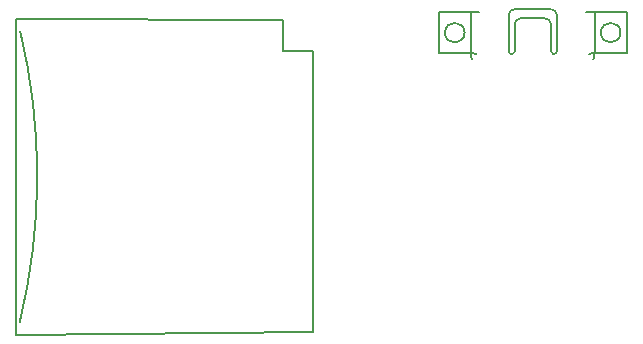
<source format=gbr>
%TF.GenerationSoftware,KiCad,Pcbnew,5.1.6-c6e7f7d~87~ubuntu20.04.1*%
%TF.CreationDate,2020-07-24T19:51:26+01:00*%
%TF.ProjectId,ETAG_GEN3,45544147-5f47-4454-9e33-2e6b69636164,rev?*%
%TF.SameCoordinates,Original*%
%TF.FileFunction,Other,Fab,Bot*%
%FSLAX46Y46*%
G04 Gerber Fmt 4.6, Leading zero omitted, Abs format (unit mm)*
G04 Created by KiCad (PCBNEW 5.1.6-c6e7f7d~87~ubuntu20.04.1) date 2020-07-24 19:51:26*
%MOMM*%
%LPD*%
G01*
G04 APERTURE LIST*
%ADD10C,0.127000*%
%ADD11C,0.200000*%
G04 APERTURE END LIST*
D10*
%TO.C,SD1*%
X115273100Y-88273601D02*
G75*
G02*
X115219100Y-112927600I-51184049J-12214950D01*
G01*
X114919100Y-87227600D02*
X114919100Y-113981600D01*
X137519100Y-87327600D02*
X114919100Y-87227600D01*
X137519100Y-89927600D02*
X137519100Y-87327600D01*
X140019100Y-89927600D02*
X137519100Y-89927600D01*
X140019100Y-113727600D02*
X140019100Y-89927600D01*
X114919100Y-113981600D02*
X140019100Y-113727600D01*
D11*
%TO.C,BAT1*%
X160698800Y-86888600D02*
G75*
G03*
X160210900Y-86400700I-487900J0D01*
G01*
X157111300Y-86400700D02*
X160210900Y-86400700D01*
X159723000Y-87175600D02*
X157599200Y-87175600D01*
X159723000Y-87175600D02*
G75*
G02*
X160182200Y-87634800I0J-459200D01*
G01*
X160182200Y-89959500D02*
X160182200Y-87634800D01*
X160182200Y-89988200D02*
G75*
G03*
X160383100Y-90189100I200900J0D01*
G01*
X160469200Y-90189100D02*
X160383100Y-90189100D01*
X160469200Y-90189100D02*
G75*
G03*
X160698800Y-89959500I0J229600D01*
G01*
X160698800Y-86888600D02*
X160698800Y-89959500D01*
X166094893Y-88381000D02*
G75*
G03*
X166094893Y-88381000I-832793J0D01*
G01*
X163913200Y-86716400D02*
X163913200Y-90016900D01*
X166611000Y-86630300D02*
X163195700Y-86630300D01*
X166611000Y-90074300D02*
X166611000Y-86630300D01*
X163798400Y-90648300D02*
G75*
G03*
X163855800Y-90476100I-229600J172200D01*
G01*
X163855800Y-90131700D02*
X163855800Y-90476100D01*
X163425300Y-90217800D02*
G75*
G02*
X163769700Y-90074300I344400J-341531D01*
G01*
X166611000Y-90074300D02*
X163769700Y-90074300D01*
X156623400Y-86888600D02*
G75*
G02*
X157111300Y-86400700I487900J0D01*
G01*
X157599200Y-87175600D02*
G75*
G03*
X157140000Y-87634800I0J-459200D01*
G01*
X157140000Y-89959500D02*
X157140000Y-87634800D01*
X157140000Y-89988200D02*
G75*
G02*
X156939100Y-90189100I-200900J0D01*
G01*
X156853000Y-90189100D02*
X156939100Y-90189100D01*
X156853000Y-90189100D02*
G75*
G02*
X156623400Y-89959500I0J229600D01*
G01*
X156623400Y-86888600D02*
X156623400Y-89959500D01*
X152892893Y-88381000D02*
G75*
G03*
X152892893Y-88381000I-832793J0D01*
G01*
X153409000Y-86716400D02*
X153409000Y-90016900D01*
X150711200Y-86630300D02*
X154126500Y-86630300D01*
X150711200Y-90074300D02*
X150711200Y-86630300D01*
X153523800Y-90648300D02*
G75*
G02*
X153466400Y-90476100I229600J172200D01*
G01*
X153466400Y-90131700D02*
X153466400Y-90476100D01*
X153896900Y-90217800D02*
G75*
G03*
X153552500Y-90074300I-344400J-341531D01*
G01*
X150711200Y-90074300D02*
X153552500Y-90074300D01*
%TD*%
M02*

</source>
